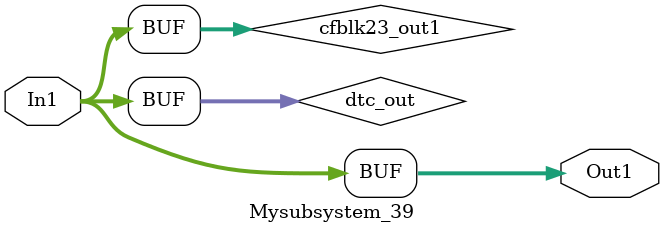
<source format=v>



`timescale 1 ns / 1 ns

module Mysubsystem_39
          (In1,
           Out1);


  input   [7:0] In1;  // uint8
  output  [7:0] Out1;  // uint8


  wire [7:0] dtc_out;  // ufix8
  wire [7:0] cfblk23_out1;  // uint8


  assign dtc_out = In1;



  assign cfblk23_out1 = dtc_out;



  assign Out1 = cfblk23_out1;

endmodule  // Mysubsystem_39


</source>
